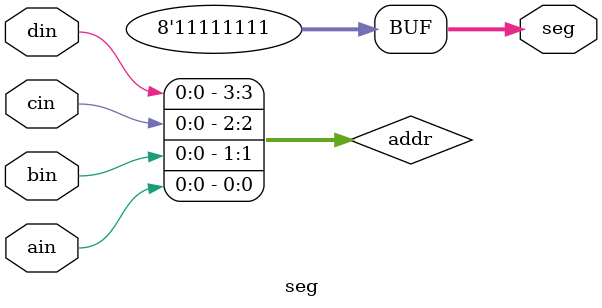
<source format=v>

module seg(ain, bin, cin, din, seg);

input wire ain;
input wire bin;
input wire cin;
input wire din;
reg [3:0] addr;

output  reg   [7:0]   seg;

always @(addr) begin
  addr <= {din, cin, bin, ain};

  case(addr)
    8'h00   : seg <= ~8'h3F;
    8'h01   : seg <= ~8'h06;
    8'h02   : seg <= ~8'h5B;
    8'h03   : seg <= ~8'h4F;
    8'h04   : seg <= ~8'h66;
    8'h05   : seg <= ~8'h6D;
    8'h06   : seg <= ~8'h7D;
    8'h07   : seg <= ~8'h07;
    8'h08   : seg <= ~8'h7F;
    8'h09   : seg <= ~8'h6F;
    8'h0A   : seg <= ~8'h77;
    8'h0B   : seg <= ~8'h7C;
    8'h0C   : seg <= ~8'h39;
    8'h0D   : seg <= ~8'h5E;
    8'h0E   : seg <= ~8'h79;
    8'h0F   : seg <= ~8'h71;
    default : seg <= ~8'h00;
  endcase
end

endmodule
</source>
